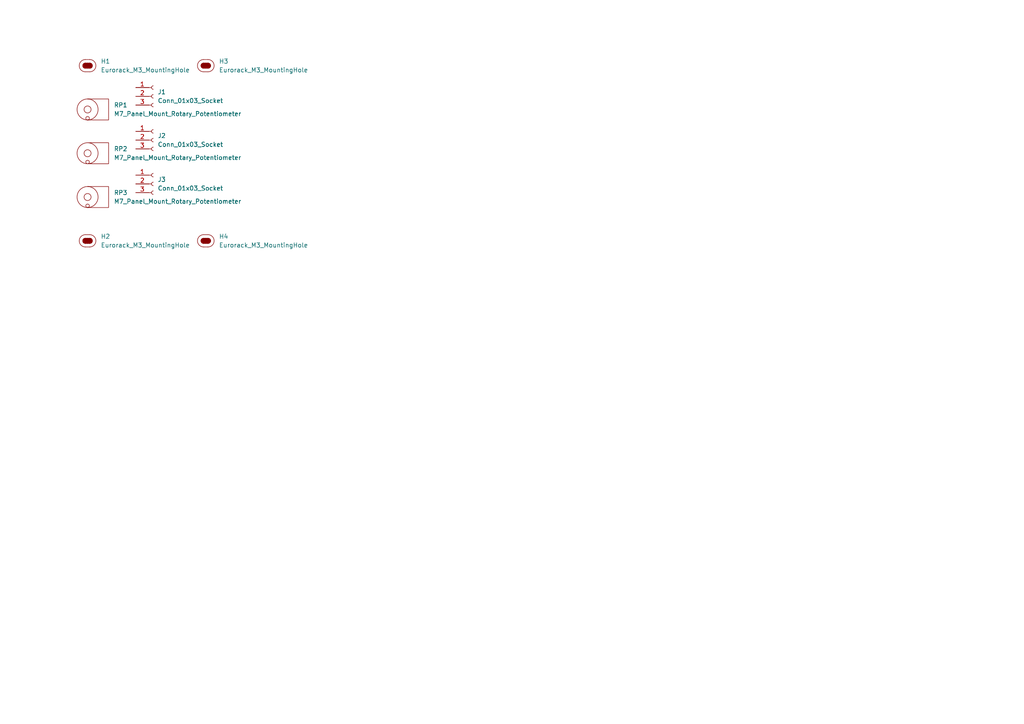
<source format=kicad_sch>
(kicad_sch (version 20231120) (generator "eeschema") (generator_version "8.0")
  (paper "A4")
  (lib_symbols
    (symbol "Connector:Conn_01x03_Socket" (pin_names (offset 1.016) hide)
      (property "Reference" "J" (at 0 5.08 0))
      (property "Value" "Conn_01x03_Socket" (at 0 -5.08 0))
      (symbol "Conn_01x03_Socket_1_1"
        (arc (start 0 -2.032) (mid -0.5058 -2.54) (end 0 -3.048) (stroke (width 0.1524)))
        (polyline (pts (xy -1.27 -2.54) (xy -0.508 -2.54)) (stroke (width 0.1524)))
        (polyline (pts (xy -1.27 0) (xy -0.508 0)) (stroke (width 0.1524)))
        (polyline (pts (xy -1.27 2.54) (xy -0.508 2.54)) (stroke (width 0.1524)))
        (arc (start 0 0.508) (mid -0.5058 0) (end 0 -0.508) (stroke (width 0.1524)))
        (arc (start 0 3.048) (mid -0.5058 2.54) (end 0 2.032) (stroke (width 0.1524)))
        (pin passive line (at -5.08 2.54 0) (length 3.81) (name "Pin_1") (number "1"))
        (pin passive line (at -5.08 0 0) (length 3.81) (name "Pin_2") (number "2"))
        (pin passive line (at -5.08 -2.54 0) (length 3.81) (name "Pin_3") (number "3"))
      )
    )
    (symbol "EXC:Eurorack_M3_MountingHole" (pin_names (offset 1.016)) (exclude_from_sim yes) (in_bom no)
      (property "Reference" "H" (at 0 5.08 0))
      (property "Value" "Eurorack_M3_MountingHole" (at 0 3.175 0))
      (symbol "Eurorack_M3_MountingHole_0_1"
        (circle (center -0.635 0) (radius 0.762) (fill (type outline)))
        (arc (start -0.635 0.762) (mid -1.397 0) (end -0.635 -0.762))
        (arc (start -0.635 1.778) (mid -2.413 0) (end -0.635 -1.778))
        (polyline (pts (xy -0.635 -1.778) (xy 0.635 -1.778)))
        (polyline (pts (xy -0.635 -0.762) (xy 0.635 -0.762)))
        (polyline (pts (xy -0.635 0.762) (xy 0.635 0.762)))
        (polyline (pts (xy 0.635 1.778) (xy -0.635 1.778)))
        (circle (center 0 0) (radius 0.762) (fill (type outline)))
        (arc (start 0.6141 -1.778) (mid 2.4131 0) (end 0.6141 1.778))
        (arc (start 0.6227 -0.762) (mid 1.3971 0) (end 0.6227 0.762))
        (circle (center 0.635 0) (radius 0.762) (fill (type outline)))
      )
    )
    (symbol "EXC:Rotary_Potentiometer_M7_Panel_Mount"
      (property "Reference" "RP" (at 0 4.064 0))
      (property "Value" "M7_Panel_Mount_Rotary_Potentiometer" (at 0 -4.318 0))
      (symbol "Rotary_Potentiometer_M7_Panel_Mount_0_1"
        (circle (center 0 -2.54) (radius 0.508))
        (polyline (pts (xy 0 3.048) (xy 6.096 3.048) (xy 6.096 -3.048) (xy 0 -3.048)))
        (circle (center 0 0) (radius 1.016))
        (circle (center 0 0) (radius 3.048))
      )
    )
  )
  (symbol (lib_id "EXC:Eurorack_M3_MountingHole") (at 59.69 19.05 0) (unit 1) (exclude_from_sim yes) (in_bom no)
    (property "Reference" "H3" (at 63.5 17.7799 0) (effects (justify left)))
    (property "Value" "Eurorack_M3_MountingHole" (at 63.5 20.3199 0) (effects (justify left)))
    (property "Footprint" "EXC:MountingHole_3.2mm_M3" (effects (hide yes)))
    (property "Description" "Mounting Hole without connection" (effects (hide yes)))
  )
  (symbol (lib_id "EXC:Eurorack_M3_MountingHole") (at 59.69 69.85 0) (unit 1) (exclude_from_sim yes) (in_bom no)
    (property "Reference" "H4" (at 63.5 68.5799 0) (effects (justify left)))
    (property "Value" "Eurorack_M3_MountingHole" (at 63.5 71.1199 0) (effects (justify left)))
    (property "Footprint" "EXC:MountingHole_3.2mm_M3" (effects (hide yes)))
    (property "Description" "Mounting Hole without connection" (effects (hide yes)))
  )
  (symbol (lib_id "EXC:Rotary_Potentiometer_M7_Panel_Mount") (at 25.4 31.75 0) (unit 1)
    (property "Reference" "RP1" (at 33.02 30.4799 0) (effects (justify left)))
    (property "Value" "M7_Panel_Mount_Rotary_Potentiometer" (at 33.02 33.0199 0) (effects (justify left)))
    (property "Footprint" "EXC:Rotary_Potentiometer_M7_Panel_Mount" (effects (hide yes)))
    (property "Datasheet" "https://cdn-shop.adafruit.com/product-files/562/p160.pdf" (effects (hide yes)))
    (property "Description" "An M7 panel-mounted linear potentiometer" (effects (hide yes)))
    (property "Source" "https://www.adafruit.com/product/562" (effects (hide yes)))
  )
  (symbol (lib_id "EXC:Rotary_Potentiometer_M7_Panel_Mount") (at 25.4 57.15 0) (unit 1)
    (property "Reference" "RP3" (at 33.02 55.8799 0) (effects (justify left)))
    (property "Value" "M7_Panel_Mount_Rotary_Potentiometer" (at 33.02 58.4199 0) (effects (justify left)))
    (property "Footprint" "EXC:Rotary_Potentiometer_M7_Panel_Mount" (effects (hide yes)))
    (property "Datasheet" "https://cdn-shop.adafruit.com/product-files/562/p160.pdf" (effects (hide yes)))
    (property "Description" "An M7 panel-mounted linear potentiometer" (effects (hide yes)))
    (property "Source" "https://www.adafruit.com/product/562" (effects (hide yes)))
  )
  (symbol (lib_id "EXC:Rotary_Potentiometer_M7_Panel_Mount") (at 25.4 44.45 0) (unit 1)
    (property "Reference" "RP2" (at 33.02 43.1799 0) (effects (justify left)))
    (property "Value" "M7_Panel_Mount_Rotary_Potentiometer" (at 33.02 45.7199 0) (effects (justify left)))
    (property "Footprint" "EXC:Rotary_Potentiometer_M7_Panel_Mount" (effects (hide yes)))
    (property "Datasheet" "https://cdn-shop.adafruit.com/product-files/562/p160.pdf" (effects (hide yes)))
    (property "Description" "An M7 panel-mounted linear potentiometer" (effects (hide yes)))
    (property "Source" "https://www.adafruit.com/product/562" (effects (hide yes)))
  )
  (symbol (lib_id "Connector:Conn_01x03_Socket") (at 44.45 53.34 0) (unit 1)
    (property "Reference" "J3" (at 45.72 52.0699 0) (effects (justify left)))
    (property "Value" "Conn_01x03_Socket" (at 45.72 54.6099 0) (effects (justify left)))
    (property "Footprint" "Connector_PinSocket_2.54mm:PinSocket_1x03_P2.54mm_Vertical" (effects (hide yes)))
    (property "Description" "Generic connector, single row, 01x03, script generated" (effects (hide yes)))
  )
  (symbol (lib_id "EXC:Eurorack_M3_MountingHole") (at 25.4 69.85 0) (unit 1) (exclude_from_sim yes) (in_bom no)
    (property "Reference" "H2" (at 29.21 68.5799 0) (effects (justify left)))
    (property "Value" "Eurorack_M3_MountingHole" (at 29.21 71.1199 0) (effects (justify left)))
    (property "Footprint" "EXC:MountingHole_3.2mm_M3" (effects (hide yes)))
    (property "Description" "Mounting Hole without connection" (effects (hide yes)))
  )
  (symbol (lib_id "Connector:Conn_01x03_Socket") (at 44.45 40.64 0) (unit 1)
    (property "Reference" "J2" (at 45.72 39.3699 0) (effects (justify left)))
    (property "Value" "Conn_01x03_Socket" (at 45.72 41.9099 0) (effects (justify left)))
    (property "Footprint" "Connector_PinSocket_2.54mm:PinSocket_1x03_P2.54mm_Vertical" (effects (hide yes)))
    (property "Description" "Generic connector, single row, 01x03, script generated" (effects (hide yes)))
  )
  (symbol (lib_id "Connector:Conn_01x03_Socket") (at 44.45 27.94 0) (unit 1)
    (property "Reference" "J1" (at 45.72 26.6699 0) (effects (justify left)))
    (property "Value" "Conn_01x03_Socket" (at 45.72 29.2099 0) (effects (justify left)))
    (property "Footprint" "Connector_PinSocket_2.54mm:PinSocket_1x03_P2.54mm_Vertical" (effects (hide yes)))
    (property "Description" "Generic connector, single row, 01x03, script generated" (effects (hide yes)))
  )
  (symbol (lib_id "EXC:Eurorack_M3_MountingHole") (at 25.4 19.05 0) (unit 1) (exclude_from_sim yes) (in_bom no)
    (property "Reference" "H1" (at 29.21 17.7799 0) (effects (justify left)))
    (property "Value" "Eurorack_M3_MountingHole" (at 29.21 20.3199 0) (effects (justify left)))
    (property "Footprint" "EXC:MountingHole_3.2mm_M3" (effects (hide yes)))
    (property "Description" "Mounting Hole without connection" (effects (hide yes)))
  )
)
</source>
